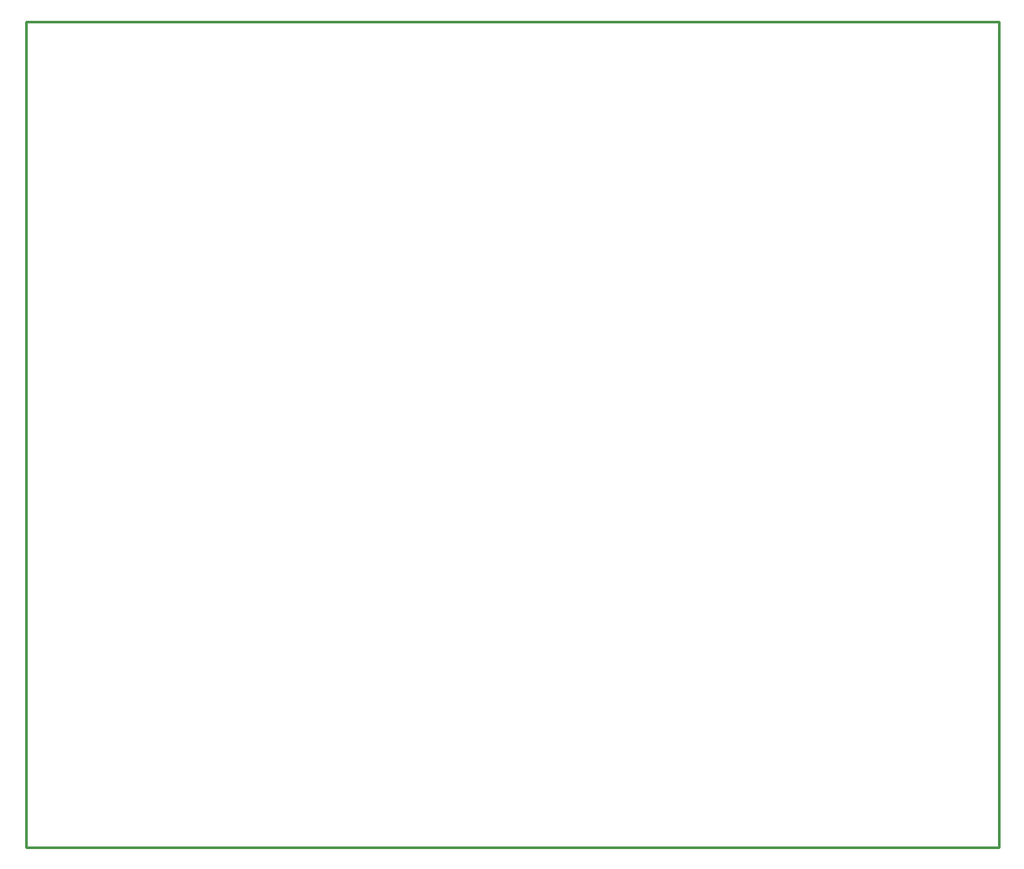
<source format=gko>
G04*
G04 #@! TF.GenerationSoftware,Altium Limited,Altium Designer,22.6.1 (34)*
G04*
G04 Layer_Color=16711935*
%FSTAX25Y25*%
%MOIN*%
G70*
G04*
G04 #@! TF.SameCoordinates,070C6B67-E07D-408F-9274-D07C1108151A*
G04*
G04*
G04 #@! TF.FilePolarity,Positive*
G04*
G01*
G75*
%ADD10C,0.01000*%
D10*
X02015Y0176D02*
X05755D01*
X02015Y04935D02*
X02015Y0176D01*
X0263286Y04935D02*
X05755D01*
X02015D02*
X0210787D01*
X05755D02*
X05755Y0176D01*
X0210787Y04935D02*
X0251055D01*
X026D02*
X0263286D01*
X0251055D02*
X02585D01*
X02605D01*
M02*

</source>
